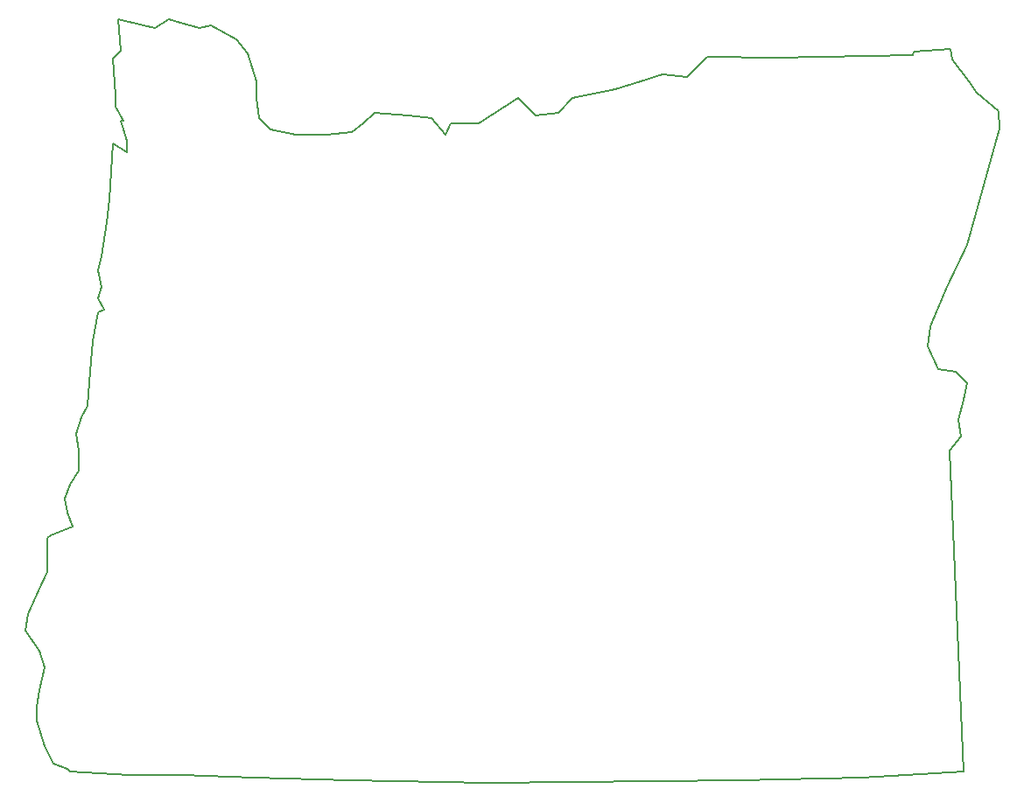
<source format=gbr>
G04 DipTrace 3.3.1.3*
G04 BoardOutline.gbr*
%MOIN*%
G04 #@! TF.FileFunction,Profile*
G04 #@! TF.Part,Single*
%ADD11C,0.005512*%
%FSLAX26Y26*%
G04*
G70*
G90*
G75*
G01*
G04 BoardOutline*
%LPD*%
X2476903Y3003071D2*
D11*
X2423215Y2949370D1*
X2337310Y2938635D1*
X2272874Y3003071D1*
X2122546Y2906417D1*
X2015157D1*
X1993688Y2863465D1*
X1940000Y2927900D1*
X1854094Y2938635D1*
X1725236Y2949370D1*
X1682283Y2906417D1*
X1639331Y2874213D1*
X1542677Y2863465D1*
X1424567D1*
X1327913Y2884948D1*
X1284961Y2927900D1*
X1274226Y3003071D1*
Y3067493D1*
X1242008Y3174882D1*
X1199055Y3228570D1*
X1102415Y3282257D1*
X1059462Y3271522D1*
X984304Y3292992D1*
X941352Y3303740D1*
X887651Y3271522D1*
X844698Y3282257D1*
X748058Y3303740D1*
X758793Y3185617D1*
X726588Y3153399D1*
X737323Y3013806D1*
Y2970853D1*
X769541Y2917165D1*
X758793D1*
X780276Y2841995D1*
Y2799042D1*
X726588Y2831260D1*
X715840Y2616496D1*
X705105Y2530591D1*
X683635Y2401732D1*
X672887Y2348045D1*
X683635Y2283609D1*
X672887Y2240656D1*
X694370Y2197703D1*
X672887Y2186969D1*
X651417Y2079580D1*
X640682Y1961470D1*
X629934Y1832612D1*
X608465Y1789659D1*
X586982Y1725223D1*
X597730Y1660801D1*
Y1628583D1*
Y1585630D1*
X565512Y1531942D1*
X544029Y1478255D1*
X554777Y1424554D1*
X576247Y1370866D1*
X490341Y1338648D1*
X479606Y1327913D1*
Y1263491D1*
Y1199055D1*
X447388Y1134633D1*
X404436Y1037979D1*
X393701Y973556D1*
X447388Y898386D1*
X468871Y833963D1*
X447388Y748058D1*
X436654Y683622D1*
Y629934D1*
X468871Y533294D1*
X501076Y468858D1*
X554777Y447388D1*
X565512Y436654D1*
X791010Y425906D1*
X995039D1*
X1263491Y415171D1*
X1628583Y404436D1*
X2154751Y393701D1*
X3110446Y404436D1*
X3582927Y415171D1*
X3969501Y436654D1*
X3915814Y1660801D1*
X3958766Y1714488D1*
X3948031Y1778924D1*
X3969501Y1854081D1*
X3980236Y1918517D1*
X3937283Y1961470D1*
X3872861Y1972205D1*
X3829908Y2058110D1*
X3840643Y2133281D1*
X3905079Y2283609D1*
X3980236Y2444685D1*
X4103125Y2886970D1*
X4102765Y2955172D1*
X4017514Y3026226D1*
X3986904Y3069672D1*
X3926198Y3150073D1*
X3916550Y3191079D1*
X3776392Y3181404D1*
X3774698Y3168955D1*
X3252059Y3159476D1*
X2989867Y3161448D1*
X2913785Y3084496D1*
X2819980Y3095717D1*
X2736949Y3069685D1*
X2640912Y3036593D1*
X2476903Y3003071D1*
M02*

</source>
